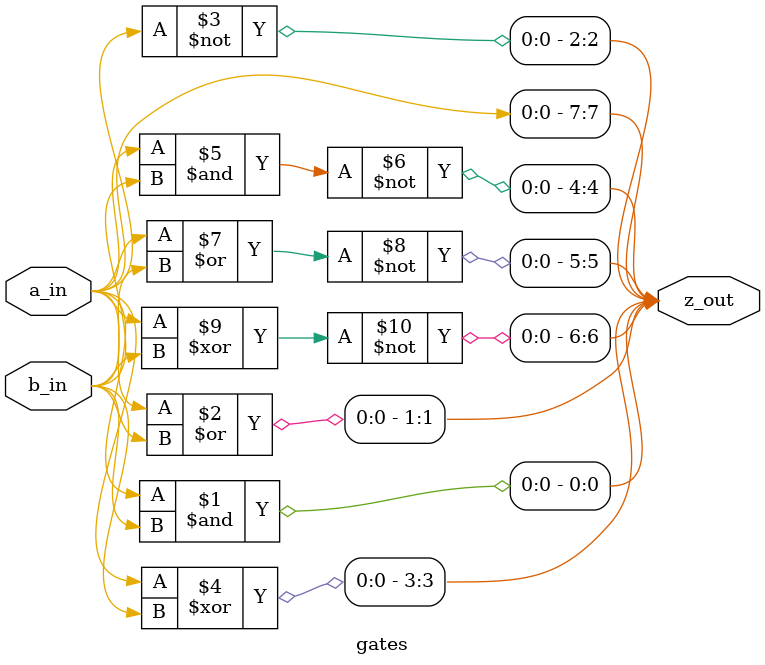
<source format=v>
/* LAB 1 COMPUERTAS LOGICAS
Pablo Agustin Ortega Kral A00344664

Practica para aplicar compuertas basicas en Verilog, para ello, se define un circuito "gates" 
con dos entradas 
*/

module gates(
	input       a_in,
	input       b_in,
	output[7:0] z_out
);

assign z_out[0] = a_in & b_in; // AND LED_7
assign z_out[1] = a_in | b_in; // OR LED_6
assign z_out[2] = ~ a_in; // NOT LED_5 
assign z_out[3] = a_in ^ b_in; //XOR LED_4
assign z_out[4] = ~ (a_in & b_in); // NAND LED_3
assign z_out[5] = ~(a_in | b_in); // NOR LED_2
assign z_out[6] = ~(a_in ^ b_in); // XNOR LED_1
assign z_out[7] = a_in; // YES LED_0

endmodule

</source>
